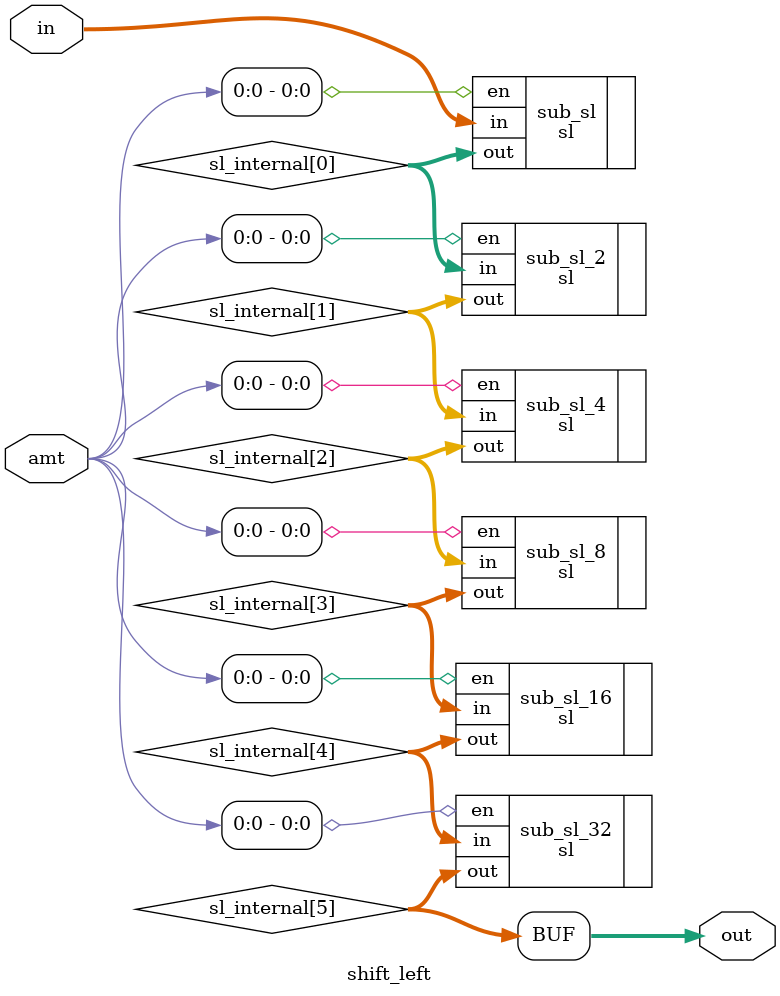
<source format=v>

module shift_left (
	input wire [63:0] in,
	input wire [5:0] amt, // shift amount

	output wire [63:0] out
);
	wire [63:0] sl_internal [0:5];

	sl #(.N(0)) sub_sl (
		.in(in),
		.en(amt[0]),
		.out(sl_internal[0])
	);
	
	sl #(.N(1)) sub_sl_2 (
		.in(sl_internal[0]),
		.en(amt[0]),
		.out(sl_internal[1])
	);
	
	sl #(.N(2)) sub_sl_4 (
		.in(sl_internal[1]),
		.en(amt[0]),
		.out(sl_internal[2])
	);
	
	sl #(.N(3)) sub_sl_8 (
		.in(sl_internal[2]),
		.en(amt[0]),
		.out(sl_internal[3])
	);
	
	sl #(.N(4)) sub_sl_16 (
		.in(sl_internal[3]),
		.en(amt[0]),
		.out(sl_internal[4])
	);
	
	sl #(.N(5)) sub_sl_32 (
		.in(sl_internal[4]),
		.en(amt[0]),
		.out(sl_internal[5])
	);
	
	/*

	genvar i;
	generate 
		for(i = 1; i < 6; i = i + 1) begin: sl_blocks
			sl #(.N(i)) sub_sl(
				.in(sl_internal[i - 1]),
				.en(amt[i]),
				.out(sl_internal[i])
			);
		end
	endgenerate
	*/

	assign out = sl_internal[5];
endmodule
/*
module shift_right (
	input wire [63:0] in,
	input wire [5:0] amt, // shift amount

	input wire arithmetic, // arithmetic shift or not
	output wire [63:0] out
);
	wire [63:0] enables; // each shift block is enabled or not

	accum_decoder #(.N(6)) sr_enables_decoder (
		.in(amt),
		.set(1'b0),
		.out(enables)
	);

	genvar i;

	generate
		for (i = 0; i < 64; i = i + 1) begin: sr_internal
			// This loop creates 64 separate internal wires
			// sr_internal[i].sr_stage_bus
			wire [63:0] sr_stage_bus;
		end
	endgenerate

	sr unit_shift (
		.in(in),
		.en(enables[0]),
		.arithmetic(arithmetic),
		.out(sr_internal[0].sr_stage_bus)
	);

	generate 
		for(i = 1; i < 64; i = i + 1) begin: sr_blocks
			sr unit_shift (
				.in(sr_internal[i - 1].sr_stage_bus),
				.en(enables[i]),
				.arithmetic(arithmetic),
				.out(sr_internal[i].sr_stage_bus)
			);
		end
	endgenerate

	assign out = sr_internal[63].sr_stage_bus;
endmodule
*/
</source>
